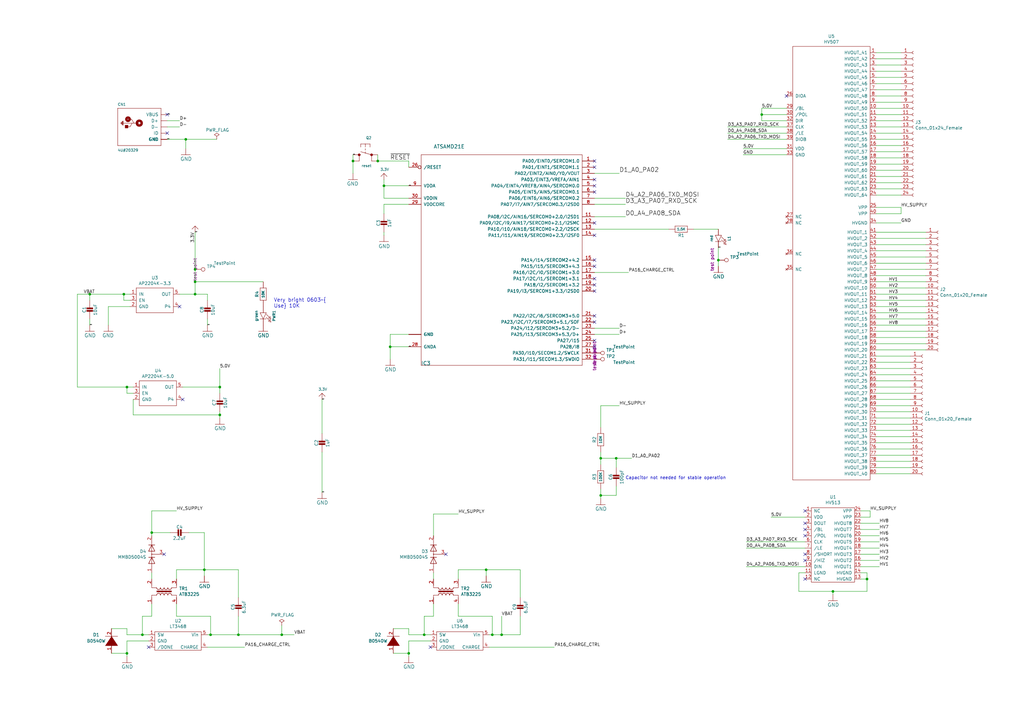
<source format=kicad_sch>
(kicad_sch (version 20250114) (generator "eeschema") (generator_version "9.0")
  (paper "A3")
  (title_block (title "High Voltage Power Supply for EL Displays") (date "2025-08-13") (rev "0.0") (comment 1 "Derived from https://github.com/benkrasnow/EL_driver_multi"))
  (text "Very bright 0603~{\nUse} 10K" (at 112.268 126.492 0) (effects (font (size 1.4986 1.4986)) (justify left bottom)))
  (text "Capacitor not needed for stable operation" (at 256.54 196.85 0) (effects (font (size 1.27 1.27)) (justify left bottom)))
  (junction (at 52.07 267.97))
  (junction (at 80.01 120.65))
  (junction (at 173.99 260.35))
  (junction (at 252.73 187.96))
  (junction (at 80.01 115.57))
  (junction (at 341.63 242.57))
  (junction (at 144.78 66.04))
  (junction (at 83.82 233.68))
  (junction (at 167.64 267.97))
  (junction (at 154.94 66.04))
  (junction (at 294.64 106.68))
  (junction (at 58.42 260.35))
  (junction (at 115.57 260.35))
  (junction (at 62.23 218.44))
  (junction (at 86.36 260.35))
  (junction (at 90.17 158.75))
  (junction (at 90.17 170.18))
  (junction (at 246.38 203.2))
  (junction (at 76.2 57.15))
  (junction (at 50.8 120.65))
  (junction (at 355.6 237.49))
  (junction (at 52.07 158.75))
  (junction (at 201.93 260.35))
  (junction (at 157.48 76.2))
  (junction (at 312.42 46.99))
  (junction (at 199.39 233.68))
  (junction (at 36.83 120.65))
  (junction (at 205.74 260.35))
  (junction (at 80.01 110.49))
  (junction (at 97.79 260.35))
  (junction (at 160.02 142.24))
  (junction (at 246.38 187.96))
  (no_connect (at 243.84 119.38))
  (no_connect (at 243.84 73.66))
  (no_connect (at 60.96 265.43))
  (no_connect (at 330.2 237.49))
  (no_connect (at 67.31 227.33))
  (no_connect (at 243.84 106.68))
  (no_connect (at 182.88 227.33))
  (no_connect (at 68.58 54.61))
  (no_connect (at 243.84 66.04))
  (no_connect (at 330.2 214.63))
  (no_connect (at 243.84 76.2))
  (no_connect (at 330.2 229.87))
  (no_connect (at 243.84 142.24))
  (no_connect (at 73.66 125.73))
  (no_connect (at 243.84 91.44))
  (no_connect (at 68.58 46.99))
  (no_connect (at 243.84 78.74))
  (no_connect (at 243.84 132.08))
  (no_connect (at 243.84 129.54))
  (no_connect (at 330.2 227.33))
  (no_connect (at 243.84 68.58))
  (no_connect (at 243.84 114.3))
  (no_connect (at 176.53 265.43))
  (no_connect (at 243.84 109.22))
  (no_connect (at 243.84 139.7))
  (no_connect (at 330.2 219.71))
  (no_connect (at 330.2 217.17))
  (no_connect (at 243.84 116.84))
  (no_connect (at 74.93 163.83))
  (no_connect (at 330.2 209.55))
  (no_connect (at 243.84 96.52))
  (no_connect (at 322.58 39.37))
  (wire (pts (xy 72.39 247.65) (xy 72.39 252.73)))
  (wire (pts (xy 359.41 161.29) (xy 373.38 161.29)))
  (wire (pts (xy 359.41 77.47) (xy 369.57 77.47)))
  (wire (pts (xy 359.41 156.21) (xy 373.38 156.21)))
  (wire (pts (xy 246.38 166.37) (xy 254 166.37)))
  (wire (pts (xy 243.84 111.76) (xy 257.81 111.76)))
  (wire (pts (xy 373.38 153.67) (xy 359.41 153.67)))
  (wire (pts (xy 161.29 267.97) (xy 167.64 267.97)))
  (wire (pts (xy 54.61 161.29) (xy 52.07 161.29)))
  (wire (pts (xy 50.8 123.19) (xy 50.8 120.65)))
  (wire (pts (xy 359.41 21.59) (xy 369.57 21.59)))
  (wire (pts (xy 359.41 179.07) (xy 373.38 179.07)))
  (wire (pts (xy 359.41 36.83) (xy 369.57 36.83)))
  (wire (pts (xy 353.06 227.33) (xy 360.68 227.33)))
  (wire (pts (xy 74.93 158.75) (xy 90.17 158.75)))
  (wire (pts (xy 62.23 247.65) (xy 62.23 252.73)))
  (wire (pts (xy 246.38 187.96) (xy 246.38 185.42)))
  (wire (pts (xy 200.66 260.35) (xy 201.93 260.35)))
  (wire (pts (xy 97.79 252.73) (xy 97.79 260.35)))
  (wire (pts (xy 355.6 237.49) (xy 355.6 242.57)))
  (wire (pts (xy 243.84 134.62) (xy 254 134.62)))
  (wire (pts (xy 359.41 118.11) (xy 379.73 118.11)))
  (wire (pts (xy 62.23 218.44) (xy 62.23 219.71)))
  (wire (pts (xy 31.75 158.75) (xy 52.07 158.75)))
  (wire (pts (xy 167.64 260.35) (xy 167.64 257.81)))
  (wire (pts (xy 359.41 128.27) (xy 379.73 128.27)))
  (wire (pts (xy 213.36 260.35) (xy 205.74 260.35)))
  (wire (pts (xy 187.96 252.73) (xy 201.93 252.73)))
  (wire (pts (xy 36.83 133.35) (xy 36.83 130.81)))
  (wire (pts (xy 36.83 120.65) (xy 50.8 120.65)))
  (wire (pts (xy 359.41 166.37) (xy 373.38 166.37)))
  (wire (pts (xy 243.84 71.12) (xy 254 71.12)))
  (wire (pts (xy 80.01 115.57) (xy 107.95 115.57)))
  (wire (pts (xy 359.41 173.99) (xy 373.38 173.99)))
  (wire (pts (xy 167.64 267.97) (xy 167.64 269.24)))
  (wire (pts (xy 132.08 163.83) (xy 132.08 177.8)))
  (wire (pts (xy 294.64 106.68) (xy 294.64 109.22)))
  (wire (pts (xy 80.01 120.65) (xy 85.09 120.65)))
  (wire (pts (xy 243.84 88.9) (xy 256.54 88.9)))
  (wire (pts (xy 157.48 76.2) (xy 157.48 73.66)))
  (wire (pts (xy 359.41 80.01) (xy 369.57 80.01)))
  (wire (pts (xy 187.96 233.68) (xy 187.96 237.49)))
  (wire (pts (xy 359.41 85.09) (xy 369.57 85.09)))
  (wire (pts (xy 157.48 81.28) (xy 157.48 76.2)))
  (wire (pts (xy 359.41 146.05) (xy 373.38 146.05)))
  (wire (pts (xy 359.41 64.77) (xy 369.57 64.77)))
  (wire (pts (xy 246.38 203.2) (xy 246.38 200.66)))
  (wire (pts (xy 327.66 242.57) (xy 327.66 234.95)))
  (wire (pts (xy 176.53 260.35) (xy 173.99 260.35)))
  (wire (pts (xy 246.38 187.96) (xy 252.73 187.96)))
  (wire (pts (xy 312.42 44.45) (xy 322.58 44.45)))
  (wire (pts (xy 201.93 260.35) (xy 205.74 260.35)))
  (wire (pts (xy 115.57 260.35) (xy 120.65 260.35)))
  (wire (pts (xy 60.96 260.35) (xy 58.42 260.35)))
  (wire (pts (xy 60.96 262.89) (xy 52.07 262.89)))
  (wire (pts (xy 246.38 190.5) (xy 246.38 187.96)))
  (wire (pts (xy 355.6 242.57) (xy 341.63 242.57)))
  (wire (pts (xy 322.58 54.61) (xy 298.45 54.61)))
  (wire (pts (xy 298.45 52.07) (xy 322.58 52.07)))
  (wire (pts (xy 52.07 260.35) (xy 52.07 257.81)))
  (wire (pts (xy 359.41 107.95) (xy 379.73 107.95)))
  (wire (pts (xy 359.41 151.13) (xy 373.38 151.13)))
  (wire (pts (xy 97.79 260.35) (xy 115.57 260.35)))
  (wire (pts (xy 359.41 52.07) (xy 369.57 52.07)))
  (wire (pts (xy 359.41 143.51) (xy 379.73 143.51)))
  (wire (pts (xy 62.23 237.49) (xy 62.23 234.95)))
  (wire (pts (xy 54.61 163.83) (xy 54.61 170.18)))
  (wire (pts (xy 167.64 262.89) (xy 167.64 267.97)))
  (wire (pts (xy 359.41 67.31) (xy 369.57 67.31)))
  (wire (pts (xy 359.41 69.85) (xy 369.57 69.85)))
  (wire (pts (xy 160.02 137.16) (xy 160.02 142.24)))
  (wire (pts (xy 62.23 209.55) (xy 72.39 209.55)))
  (wire (pts (xy 80.01 95.25) (xy 80.01 110.49)))
  (wire (pts (xy 52.07 158.75) (xy 54.61 158.75)))
  (wire (pts (xy 359.41 163.83) (xy 373.38 163.83)))
  (wire (pts (xy 36.83 120.65) (xy 31.75 120.65)))
  (wire (pts (xy 322.58 57.15) (xy 298.45 57.15)))
  (wire (pts (xy 359.41 133.35) (xy 379.73 133.35)))
  (wire (pts (xy 90.17 158.75) (xy 90.17 161.29)))
  (wire (pts (xy 69.85 218.44) (xy 62.23 218.44)))
  (wire (pts (xy 353.06 214.63) (xy 360.68 214.63)))
  (wire (pts (xy 306.07 224.79) (xy 330.2 224.79)))
  (wire (pts (xy 177.8 210.82) (xy 177.8 219.71)))
  (wire (pts (xy 359.41 74.93) (xy 369.57 74.93)))
  (wire (pts (xy 353.06 219.71) (xy 360.68 219.71)))
  (wire (pts (xy 359.41 97.79) (xy 379.73 97.79)))
  (wire (pts (xy 45.72 267.97) (xy 52.07 267.97)))
  (wire (pts (xy 167.64 66.04) (xy 167.64 68.58)))
  (wire (pts (xy 53.34 123.19) (xy 50.8 123.19)))
  (wire (pts (xy 306.07 232.41) (xy 330.2 232.41)))
  (wire (pts (xy 177.8 247.65) (xy 177.8 252.73)))
  (wire (pts (xy 83.82 233.68) (xy 72.39 233.68)))
  (wire (pts (xy 355.6 234.95) (xy 355.6 237.49)))
  (wire (pts (xy 373.38 158.75) (xy 359.41 158.75)))
  (wire (pts (xy 353.06 209.55) (xy 356.87 209.55)))
  (wire (pts (xy 201.93 252.73) (xy 201.93 260.35)))
  (wire (pts (xy 312.42 49.53) (xy 312.42 46.99)))
  (wire (pts (xy 52.07 262.89) (xy 52.07 267.97)))
  (wire (pts (xy 359.41 138.43) (xy 379.73 138.43)))
  (wire (pts (xy 356.87 212.09) (xy 353.06 212.09)))
  (wire (pts (xy 359.41 29.21) (xy 369.57 29.21)))
  (wire (pts (xy 52.07 161.29) (xy 52.07 158.75)))
  (wire (pts (xy 359.41 102.87) (xy 379.73 102.87)))
  (wire (pts (xy 76.2 57.15) (xy 76.2 60.96)))
  (wire (pts (xy 353.06 217.17) (xy 360.68 217.17)))
  (wire (pts (xy 322.58 46.99) (xy 312.42 46.99)))
  (wire (pts (xy 154.94 66.04) (xy 167.64 66.04)))
  (wire (pts (xy 359.41 39.37) (xy 369.57 39.37)))
  (wire (pts (xy 359.41 184.15) (xy 373.38 184.15)))
  (wire (pts (xy 54.61 170.18) (xy 90.17 170.18)))
  (wire (pts (xy 359.41 26.67) (xy 369.57 26.67)))
  (wire (pts (xy 359.41 95.25) (xy 379.73 95.25)))
  (wire (pts (xy 167.64 81.28) (xy 157.48 81.28)))
  (wire (pts (xy 144.78 71.12) (xy 144.78 66.04)))
  (wire (pts (xy 167.64 76.2) (xy 157.48 76.2)))
  (wire (pts (xy 154.94 66.04) (xy 154.94 63.5)))
  (wire (pts (xy 359.41 181.61) (xy 373.38 181.61)))
  (wire (pts (xy 312.42 46.99) (xy 312.42 44.45)))
  (wire (pts (xy 359.41 168.91) (xy 373.38 168.91)))
  (wire (pts (xy 359.41 91.44) (xy 369.57 91.44)))
  (wire (pts (xy 252.73 203.2) (xy 246.38 203.2)))
  (wire (pts (xy 359.41 59.69) (xy 369.57 59.69)))
  (wire (pts (xy 167.64 137.16) (xy 160.02 137.16)))
  (wire (pts (xy 177.8 252.73) (xy 173.99 252.73)))
  (wire (pts (xy 200.66 265.43) (xy 227.33 265.43)))
  (wire (pts (xy 353.06 234.95) (xy 355.6 234.95)))
  (wire (pts (xy 252.73 199.39) (xy 252.73 203.2)))
  (wire (pts (xy 213.36 233.68) (xy 199.39 233.68)))
  (wire (pts (xy 359.41 123.19) (xy 379.73 123.19)))
  (wire (pts (xy 246.38 175.26) (xy 246.38 166.37)))
  (wire (pts (xy 97.79 233.68) (xy 83.82 233.68)))
  (wire (pts (xy 359.41 72.39) (xy 369.57 72.39)))
  (wire (pts (xy 284.48 93.98) (xy 294.64 93.98)))
  (wire (pts (xy 341.63 242.57) (xy 327.66 242.57)))
  (wire (pts (xy 359.41 46.99) (xy 369.57 46.99)))
  (wire (pts (xy 359.41 31.75) (xy 369.57 31.75)))
  (wire (pts (xy 167.64 257.81) (xy 161.29 257.81)))
  (wire (pts (xy 369.57 87.63) (xy 359.41 87.63)))
  (wire (pts (xy 359.41 49.53) (xy 369.57 49.53)))
  (wire (pts (xy 68.58 57.15) (xy 76.2 57.15)))
  (wire (pts (xy 359.41 44.45) (xy 369.57 44.45)))
  (wire (pts (xy 85.09 260.35) (xy 86.36 260.35)))
  (wire (pts (xy 359.41 110.49) (xy 379.73 110.49)))
  (wire (pts (xy 359.41 135.89) (xy 379.73 135.89)))
  (wire (pts (xy 68.58 49.53) (xy 73.66 49.53)))
  (wire (pts (xy 353.06 229.87) (xy 360.68 229.87)))
  (wire (pts (xy 167.64 142.24) (xy 160.02 142.24)))
  (wire (pts (xy 359.41 54.61) (xy 369.57 54.61)))
  (wire (pts (xy 373.38 189.23) (xy 359.41 189.23)))
  (wire (pts (xy 359.41 100.33) (xy 379.73 100.33)))
  (wire (pts (xy 83.82 218.44) (xy 83.82 233.68)))
  (wire (pts (xy 173.99 252.73) (xy 173.99 260.35)))
  (wire (pts (xy 359.41 41.91) (xy 369.57 41.91)))
  (wire (pts (xy 62.23 218.44) (xy 62.23 209.55)))
  (wire (pts (xy 294.64 101.6) (xy 294.64 106.68)))
  (wire (pts (xy 256.54 81.28) (xy 243.84 81.28)))
  (wire (pts (xy 52.07 257.81) (xy 45.72 257.81)))
  (wire (pts (xy 187.96 247.65) (xy 187.96 252.73)))
  (wire (pts (xy 355.6 237.49) (xy 353.06 237.49)))
  (wire (pts (xy 177.8 237.49) (xy 177.8 234.95)))
  (wire (pts (xy 73.66 120.65) (xy 80.01 120.65)))
  (wire (pts (xy 341.63 243.84) (xy 341.63 242.57)))
  (wire (pts (xy 356.87 209.55) (xy 356.87 212.09)))
  (wire (pts (xy 86.36 252.73) (xy 86.36 260.35)))
  (wire (pts (xy 369.57 85.09) (xy 369.57 87.63)))
  (wire (pts (xy 359.41 125.73) (xy 379.73 125.73)))
  (wire (pts (xy 243.84 93.98) (xy 274.32 93.98)))
  (wire (pts (xy 252.73 187.96) (xy 259.08 187.96)))
  (wire (pts (xy 80.01 110.49) (xy 80.01 115.57)))
  (wire (pts (xy 177.8 210.82) (xy 187.96 210.82)))
  (wire (pts (xy 359.41 115.57) (xy 379.73 115.57)))
  (wire (pts (xy 359.41 105.41) (xy 379.73 105.41)))
  (wire (pts (xy 359.41 62.23) (xy 369.57 62.23)))
  (wire (pts (xy 213.36 245.11) (xy 213.36 233.68)))
  (wire (pts (xy 243.84 83.82) (xy 256.54 83.82)))
  (wire (pts (xy 80.01 120.65) (xy 80.01 115.57)))
  (wire (pts (xy 36.83 123.19) (xy 36.83 120.65)))
  (wire (pts (xy 322.58 63.5) (xy 304.8 63.5)))
  (wire (pts (xy 115.57 256.54) (xy 115.57 260.35)))
  (wire (pts (xy 330.2 212.09) (xy 316.23 212.09)))
  (wire (pts (xy 72.39 252.73) (xy 86.36 252.73)))
  (wire (pts (xy 322.58 49.53) (xy 312.42 49.53)))
  (wire (pts (xy 157.48 95.25) (xy 157.48 96.52)))
  (wire (pts (xy 144.78 63.5) (xy 144.78 66.04)))
  (wire (pts (xy 68.58 52.07) (xy 73.66 52.07)))
  (wire (pts (xy 90.17 158.75) (xy 90.17 151.13)))
  (wire (pts (xy 252.73 187.96) (xy 252.73 191.77)))
  (wire (pts (xy 359.41 171.45) (xy 373.38 171.45)))
  (wire (pts (xy 90.17 170.18) (xy 90.17 171.45)))
  (wire (pts (xy 72.39 233.68) (xy 72.39 237.49)))
  (wire (pts (xy 50.8 120.65) (xy 53.34 120.65)))
  (wire (pts (xy 213.36 252.73) (xy 213.36 260.35)))
  (wire (pts (xy 83.82 236.22) (xy 83.82 233.68)))
  (wire (pts (xy 199.39 233.68) (xy 187.96 233.68)))
  (wire (pts (xy 62.23 252.73) (xy 58.42 252.73)))
  (wire (pts (xy 167.64 83.82) (xy 157.48 83.82)))
  (wire (pts (xy 359.41 186.69) (xy 373.38 186.69)))
  (wire (pts (xy 359.41 34.29) (xy 369.57 34.29)))
  (wire (pts (xy 44.45 125.73) (xy 44.45 133.35)))
  (wire (pts (xy 90.17 168.91) (xy 90.17 170.18)))
  (wire (pts (xy 132.08 201.93) (xy 132.08 185.42)))
  (wire (pts (xy 359.41 191.77) (xy 373.38 191.77)))
  (wire (pts (xy 359.41 176.53) (xy 373.38 176.53)))
  (wire (pts (xy 52.07 267.97) (xy 52.07 269.24)))
  (wire (pts (xy 373.38 148.59) (xy 359.41 148.59)))
  (wire (pts (xy 205.74 260.35) (xy 205.74 252.73)))
  (wire (pts (xy 353.06 222.25) (xy 360.68 222.25)))
  (wire (pts (xy 322.58 60.96) (xy 304.8 60.96)))
  (wire (pts (xy 254 137.16) (xy 243.84 137.16)))
  (wire (pts (xy 53.34 125.73) (xy 44.45 125.73)))
  (wire (pts (xy 85.09 133.35) (xy 85.09 130.81)))
  (wire (pts (xy 176.53 262.89) (xy 167.64 262.89)))
  (wire (pts (xy 97.79 245.11) (xy 97.79 233.68)))
  (wire (pts (xy 160.02 142.24) (xy 160.02 147.32)))
  (wire (pts (xy 58.42 252.73) (xy 58.42 260.35)))
  (wire (pts (xy 31.75 120.65) (xy 31.75 158.75)))
  (wire (pts (xy 77.47 218.44) (xy 83.82 218.44)))
  (wire (pts (xy 199.39 236.22) (xy 199.39 233.68)))
  (wire (pts (xy 359.41 57.15) (xy 369.57 57.15)))
  (wire (pts (xy 173.99 260.35) (xy 167.64 260.35)))
  (wire (pts (xy 359.41 130.81) (xy 379.73 130.81)))
  (wire (pts (xy 88.9 57.15) (xy 76.2 57.15)))
  (wire (pts (xy 359.41 140.97) (xy 379.73 140.97)))
  (wire (pts (xy 86.36 260.35) (xy 97.79 260.35)))
  (wire (pts (xy 306.07 222.25) (xy 330.2 222.25)))
  (wire (pts (xy 327.66 234.95) (xy 330.2 234.95)))
  (wire (pts (xy 353.06 232.41) (xy 360.68 232.41)))
  (wire (pts (xy 353.06 224.79) (xy 360.68 224.79)))
  (wire (pts (xy 85.09 120.65) (xy 85.09 123.19)))
  (wire (pts (xy 85.09 265.43) (xy 100.33 265.43)))
  (wire (pts (xy 359.41 194.31) (xy 373.38 194.31)))
  (wire (pts (xy 58.42 260.35) (xy 52.07 260.35)))
  (wire (pts (xy 246.38 204.47) (xy 246.38 203.2)))
  (wire (pts (xy 359.41 24.13) (xy 369.57 24.13)))
  (wire (pts (xy 359.41 120.65) (xy 379.73 120.65)))
  (wire (pts (xy 379.73 113.03) (xy 359.41 113.03)))
  (wire (pts (xy 157.48 83.82) (xy 157.48 87.63)))
  (label "VBAT" (at 120.65 260.35 0))
  (label "D3_A3_PA07_RXD_SCK" (at 256.54 83.82 0) (effects (font (size 1.778 1.778))))
  (label "HV_SUPPLY" (at 187.96 210.82 0))
  (label "HV2" (at 364.49 118.11 0))
  (label "VBUS" (at 68.58 46.99 0) (effects (font (size 0.254 0.254))))
  (label "HV_SUPPLY" (at 72.39 209.55 0))
  (label "PA16_CHARGE_CTRL" (at 257.81 111.76 0))
  (label "GND" (at 85.09 133.35 0) (effects (font (size 0.254 0.254))))
  (label "GND" (at 294.64 101.6 0) (effects (font (size 0.254 0.254))))
  (label "HV7" (at 360.68 217.17 0))
  (label "~{RESET}" (at 160.02 66.04 0) (effects (font (size 1.778 1.778))))
  (label "5.0V" (at 312.42 44.45 0))
  (label "HV3" (at 360.68 227.33 0))
  (label "HV_SUPPLY" (at 356.87 209.55 0))
  (label "D0_A4_PA08_SDA" (at 256.54 88.9 0) (effects (font (size 1.778 1.778))))
  (label "GND" (at 369.57 91.44 0))
  (label "HV4" (at 360.68 224.79 0))
  (label "HV8" (at 360.68 214.63 0))
  (label "D-" (at 254 134.62 0))
  (label "GND" (at 68.58 57.15 0) (effects (font (size 0.254 0.254))))
  (label "HV2" (at 360.68 229.87 0))
  (label "VBAT" (at 34.29 120.65 0))
  (label "3.3V" (at 167.64 76.2 0) (effects (font (size 0.254 0.254))))
  (label "HV7" (at 364.49 130.81 0))
  (label "HV5" (at 364.49 125.73 0))
  (label "GND" (at 132.08 201.93 0) (effects (font (size 0.254 0.254))))
  (label "HV8" (at 364.49 133.35 0))
  (label "GND" (at 144.78 63.5 0) (effects (font (size 0.254 0.254))))
  (label "GND" (at 167.64 142.24 0) (effects (font (size 0.254 0.254))))
  (label "HV1" (at 364.49 115.57 0))
  (label "HV6" (at 360.68 219.71 0))
  (label "D+" (at 254 137.16 0))
  (label "HV_SUPPLY" (at 369.57 85.09 0))
  (label "HV6" (at 364.49 128.27 0))
  (label "D1_A0_PA02" (at 259.08 187.96 0))
  (label "3.3V" (at 80.01 95.25 270))
  (label "HV4" (at 364.49 123.19 0))
  (label "VBAT" (at 205.74 252.73 0))
  (label "3.3V" (at 132.08 163.83 0) (effects (font (size 0.254 0.254))))
  (label "HV1" (at 360.68 232.41 0))
  (label "D3_A3_PA07_RXD_SCK" (at 306.07 222.25 0))
  (label "D+" (at 73.66 49.53 0))
  (label "D0_A4_PA08_SDA" (at 306.07 224.79 0))
  (label "D3_A3_PA07_RXD_SCK" (at 298.45 52.07 0))
  (label "HV_SUPPLY" (at 254 166.37 0))
  (label "GND" (at 36.83 133.35 0) (effects (font (size 0.254 0.254))))
  (label "5.0V" (at 316.23 212.09 0))
  (label "PA16_CHARGE_CTRL" (at 227.33 265.43 0))
  (label "3.3V" (at 80.01 95.25 0) (effects (font (size 0.254 0.254))))
  (label "D4_A2_PA06_TXD_MOSI" (at 298.45 57.15 0))
  (label "HV3" (at 364.49 120.65 0))
  (label "GND" (at 304.8 63.5 0))
  (label "PA16_CHARGE_CTRL" (at 100.33 265.43 0))
  (label "D4_A2_PA06_TXD_MOSI" (at 256.54 81.28 0) (effects (font (size 1.778 1.778))))
  (label "HV5" (at 360.68 222.25 0))
  (label "5.0V" (at 90.17 151.13 0))
  (label "5.0V" (at 304.8 60.96 0))
  (label "D4_A2_PA06_TXD_MOSI" (at 306.07 232.41 0))
  (label "D-" (at 73.66 52.07 0))
  (label "D0_A4_PA08_SDA" (at 298.45 54.61 0))
  (label "D1_A0_PA02" (at 254 71.12 0) (effects (font (size 1.778 1.778))))
  (symbol (lib_id "EL_driver_multi-rescue:GND-Trinket_M0_rev_D-eagle-import") (at 294.64 111.76 0) (mirror y) (unit 1)
    (property "Reference" "#GND04" (effects (hide yes)))
    (property "Value" "GND" (at 297.18 114.3 0) (effects (font (size 1.4986 1.4986)) (justify left bottom)))
  )
  (symbol (lib_id "EL_driver_multi-rescue:GND-Trinket_M0_rev_D-eagle-import") (at 160.02 149.86 0) (mirror y) (unit 1)
    (property "Reference" "#GND018" (effects (hide yes)))
    (property "Value" "GND" (at 162.56 152.4 0) (effects (font (size 1.4986 1.4986)) (justify left bottom)))
  )
  (symbol (lib_id "EL_driver_multi-rescue:GND-Trinket_M0_rev_D-eagle-import") (at 36.83 135.89 0) (mirror y) (unit 1)
    (property "Reference" "#GND03" (effects (hide yes)))
    (property "Value" "GND" (at 39.37 138.43 0) (effects (font (size 1.4986 1.4986)) (justify left bottom)))
  )
  (symbol (lib_id "EL_driver_multi-rescue:3.3V-Trinket_M0_rev_D-eagle-import") (at 132.08 161.29 0) (unit 1)
    (property "Reference" "#U$017" (effects (hide yes)))
    (property "Value" "3.3V" (at 130.556 160.274 0) (effects (font (size 1.0668 1.0668)) (justify left bottom)))
  )
  (symbol (lib_id "EL_driver_multi-rescue:RESISTOR_0603_NOOUT-Trinket_M0_rev_D-eagle-import") (at 107.95 120.65 90) (unit 1)
    (property "Reference" "R4" (at 105.41 120.65 0))
    (property "Value" "10K" (at 107.95 120.65 0) (effects (font (size 1.016 1.016) (bold yes))))
    (property "Footprint" "Trinket M0 rev D:0603-NO" (effects (hide yes)))
  )
  (symbol (lib_id "EL_driver_multi-rescue:3.3V-Trinket_M0_rev_D-eagle-import") (at 80.01 92.71 0) (unit 1)
    (property "Reference" "#U$016" (effects (hide yes)))
    (property "Value" "3.3V" (effects (hide yes)))
  )
  (symbol (lib_id "EL_driver_multi-rescue:RESISTOR_0603_NOOUT-Trinket_M0_rev_D-eagle-import") (at 279.4 93.98 180) (unit 1)
    (property "Reference" "R1" (at 279.4 96.52 0))
    (property "Value" "1.5K" (at 279.4 93.98 0) (effects (font (size 1.016 1.016) (bold yes))))
    (property "Footprint" "Trinket M0 rev D:0603-NO" (effects (hide yes)))
  )
  (symbol (lib_id "EL_driver_multi-rescue:3.3V-Trinket_M0_rev_D-eagle-import") (at 157.48 71.12 0) (unit 1)
    (property "Reference" "#U$018" (effects (hide yes)))
    (property "Value" "3.3V" (at 155.956 70.104 0) (effects (font (size 1.0668 1.0668)) (justify left bottom)))
  )
  (symbol (lib_id "EL_driver_multi-rescue:GND-Trinket_M0_rev_D-eagle-import") (at 44.45 135.89 0) (unit 1)
    (property "Reference" "#GND011" (effects (hide yes)))
    (property "Value" "GND" (at 41.91 138.43 0) (effects (font (size 1.4986 1.4986)) (justify left bottom)))
  )
  (symbol (lib_id "EL_driver_multi-rescue:GND-Trinket_M0_rev_D-eagle-import") (at 132.08 204.47 0) (mirror y) (unit 1)
    (property "Reference" "#GND05" (effects (hide yes)))
    (property "Value" "GND" (at 134.62 207.01 0) (effects (font (size 1.4986 1.4986)) (justify left bottom)))
  )
  (symbol (lib_id "EL_driver_multi-rescue:LT3468-EL_multi") (at 72.39 262.89 0) (unit 1)
    (property "Reference" "U2" (at 73.025 254.635 0))
    (property "Value" "LT3468" (at 73.025 256.9464 0))
    (property "Footprint" "Package_TO_SOT_SMD:SOT-23-5" (effects (hide yes)))
  )
  (symbol (lib_id "EL_driver_multi-rescue:GND-Trinket_M0_rev_D-eagle-import") (at 52.07 271.78 0) (mirror y) (unit 1)
    (property "Reference" "#GND0101" (effects (hide yes)))
    (property "Value" "GND" (at 54.61 274.32 0) (effects (font (size 1.4986 1.4986)) (justify left bottom)))
  )
  (symbol (lib_id "EL_driver_multi-rescue:DIODE-pspice") (at 45.72 262.89 90) (unit 1)
    (property "Reference" "D1" (at 38.1 260.35 90) (effects (justify right)))
    (property "Value" "B0540W" (at 35.56 262.89 90) (effects (justify right)))
    (property "Footprint" "Diode_SMD:D_SOD-123" (effects (hide yes)))
  )
  (symbol (lib_id "EL_driver_multi-rescue:ATB3225-EL_multi") (at 67.31 242.57 90) (unit 1)
    (property "Reference" "TR1" (at 73.4314 241.4016 90) (effects (justify right)))
    (property "Value" "ATB3225" (at 73.4314 243.713 90) (effects (justify right)))
    (property "Footprint" "EL_driver:ATB3225" (effects (hide yes)))
  )
  (symbol (lib_id "EL_driver_multi-rescue:MMBD5004S-EL_multi") (at 62.23 227.33 90) (unit 1)
    (property "Reference" "D4" (at 59.9948 226.1616 90) (effects (justify left)))
    (property "Value" "MMBD5004S" (at 59.9948 228.473 90) (effects (justify left)))
    (property "Footprint" "Package_TO_SOT_SMD:SOT-23" (effects (hide yes)))
  )
  (symbol (lib_id "EL_driver_multi-rescue:GND-Trinket_M0_rev_D-eagle-import") (at 83.82 238.76 0) (mirror y) (unit 1)
    (property "Reference" "#GND0102" (effects (hide yes)))
    (property "Value" "GND" (at 86.36 241.3 0) (effects (font (size 1.4986 1.4986)) (justify left bottom)))
  )
  (symbol (lib_id "EL_driver_multi-rescue:CAP_CERAMIC0603_NO-Trinket_M0_rev_D-eagle-import") (at 72.39 218.44 270) (unit 1)
    (property "Reference" "C4" (at 73.6346 216.154 90))
    (property "Value" "2.2uF" (at 73.6346 220.726 90))
    (property "Footprint" "Capacitor_SMD:C_2220_5650Metric" (effects (hide yes)))
  )
  (symbol (lib_id "EL_driver_multi-rescue:CAP_CERAMIC0603_NO-Trinket_M0_rev_D-eagle-import") (at 97.79 250.19 0) (unit 1)
    (property "Reference" "C5" (at 95.504 248.9454 90))
    (property "Value" "6.3uF" (at 100.076 248.9454 90))
    (property "Footprint" "Trinket M0 rev D:0603-NO" (effects (hide yes)))
  )
  (symbol (lib_id "EL_driver_multi-rescue:RESISTOR_0603_NOOUT-Trinket_M0_rev_D-eagle-import") (at 246.38 180.34 90) (unit 1)
    (property "Reference" "R2" (at 243.84 180.34 0))
    (property "Value" "10M" (at 246.38 180.34 0) (effects (font (size 1.016 1.016) (bold yes))))
    (property "Footprint" "Trinket M0 rev D:0603-NO" (effects (hide yes)))
  )
  (symbol (lib_id "EL_driver_multi-rescue:RESISTOR_0603_NOOUT-Trinket_M0_rev_D-eagle-import") (at 246.38 195.58 90) (unit 1)
    (property "Reference" "R3" (at 243.84 195.58 0))
    (property "Value" "100K" (at 246.38 195.58 0) (effects (font (size 1.016 1.016) (bold yes))))
    (property "Footprint" "Trinket M0 rev D:0603-NO" (effects (hide yes)))
  )
  (symbol (lib_id "EL_driver_multi-rescue:GND-Trinket_M0_rev_D-eagle-import") (at 246.38 207.01 0) (mirror y) (unit 1)
    (property "Reference" "#GND0103" (effects (hide yes)))
    (property "Value" "GND" (at 248.92 209.55 0) (effects (font (size 1.4986 1.4986)) (justify left bottom)))
  )
  (symbol (lib_id "EL_driver_multi-rescue:CAP_CERAMIC0603_NO-Trinket_M0_rev_D-eagle-import") (at 252.73 196.85 0) (unit 1)
    (property "Reference" "C6" (at 250.444 195.6054 90))
    (property "Value" "100pF" (at 255.016 195.6054 90))
    (property "Footprint" "Trinket M0 rev D:0603-NO" (effects (hide yes)))
  )
  (symbol (lib_id "EL_driver_multi-rescue:HV513-EL_multi") (at 341.63 222.25 0) (unit 1)
    (property "Reference" "U1" (at 341.63 203.835 0))
    (property "Value" "HV513" (at 341.63 206.1464 0))
    (property "Footprint" "Package_SO:SOIC-24W_7.5x15.4mm_P1.27mm" (effects (hide yes)))
  )
  (symbol (lib_id "EL_driver_multi-rescue:GND-Trinket_M0_rev_D-eagle-import") (at 341.63 246.38 0) (mirror y) (unit 1)
    (property "Reference" "#GND0104" (effects (hide yes)))
    (property "Value" "GND" (at 344.17 248.92 0) (effects (font (size 1.4986 1.4986)) (justify left bottom)))
  )
  (symbol (lib_id "EL_driver_multi-rescue:AP2204K-3.3-EL_multi") (at 63.5 123.19 0) (unit 1)
    (property "Reference" "U3" (at 63.5 113.919 0))
    (property "Value" "AP2204K-3.3" (at 63.5 116.2304 0))
    (property "Footprint" "Package_TO_SOT_SMD:SOT-23-5" (effects (hide yes)))
  )
  (symbol (lib_id "EL_driver_multi-rescue:AP2204K-5.0-EL_multi") (at 64.77 161.29 0) (unit 1)
    (property "Reference" "U4" (at 64.77 152.019 0))
    (property "Value" "AP2204K-5.0" (at 64.77 154.3304 0))
    (property "Footprint" "Package_TO_SOT_SMD:SOT-23-5" (effects (hide yes)))
  )
  (symbol (lib_id "EL_driver_multi-rescue:CAP_CERAMIC0805-NOOUTLINE-Trinket_M0_rev_D-eagle-import") (at 90.17 166.37 0) (unit 1)
    (property "Reference" "C7" (at 87.884 165.1254 90))
    (property "Value" "10uF" (at 92.456 165.1254 90))
    (property "Footprint" "Trinket M0 rev D:0805-NO" (effects (hide yes)))
  )
  (symbol (lib_id "EL_driver_multi-rescue:GND-Trinket_M0_rev_D-eagle-import") (at 90.17 173.99 0) (mirror y) (unit 1)
    (property "Reference" "#GND0105" (effects (hide yes)))
    (property "Value" "GND" (at 92.71 176.53 0) (effects (font (size 1.4986 1.4986)) (justify left bottom)))
  )
  (symbol (lib_id "EL_driver_multi-rescue:FRAME_A_L-Trinket_M0_rev_D-eagle-import") (at 163.83 265.43 0) (unit 1)
    (property "Reference" "#FRAME2" (effects (hide yes)))
    (property "Value" "FRAME_A_L" (effects (hide yes)))
  )
  (symbol (lib_id "EL_driver_multi-rescue:LT3468-EL_multi") (at 187.96 262.89 0) (unit 1)
    (property "Reference" "U6" (at 188.595 254.635 0))
    (property "Value" "LT3468" (at 188.595 256.9464 0))
    (property "Footprint" "Package_TO_SOT_SMD:SOT-23-5" (effects (hide yes)))
  )
  (symbol (lib_id "EL_driver_multi-rescue:GND-Trinket_M0_rev_D-eagle-import") (at 167.64 271.78 0) (mirror y) (unit 1)
    (property "Reference" "#GND0108" (effects (hide yes)))
    (property "Value" "GND" (at 170.18 274.32 0) (effects (font (size 1.4986 1.4986)) (justify left bottom)))
  )
  (symbol (lib_id "EL_driver_multi-rescue:DIODE-pspice") (at 161.29 262.89 90) (unit 1)
    (property "Reference" "D2" (at 153.67 260.35 90) (effects (justify right)))
    (property "Value" "B0540W" (at 151.13 262.89 90) (effects (justify right)))
    (property "Footprint" "Diode_SMD:D_SOD-123" (effects (hide yes)))
  )
  (symbol (lib_id "EL_driver_multi-rescue:ATB3225-EL_multi") (at 182.88 242.57 90) (unit 1)
    (property "Reference" "TR2" (at 189.0014 241.4016 90) (effects (justify right)))
    (property "Value" "ATB3225" (at 189.0014 243.713 90) (effects (justify right)))
    (property "Footprint" "EL_driver:ATB3225" (effects (hide yes)))
  )
  (symbol (lib_id "EL_driver_multi-rescue:MMBD5004S-EL_multi") (at 177.8 227.33 90) (unit 1)
    (property "Reference" "D3" (at 175.5648 226.1616 90) (effects (justify left)))
    (property "Value" "MMBD5004S" (at 175.5648 228.473 90) (effects (justify left)))
    (property "Footprint" "Package_TO_SOT_SMD:SOT-23" (effects (hide yes)))
  )
  (symbol (lib_id "EL_driver_multi-rescue:GND-Trinket_M0_rev_D-eagle-import") (at 199.39 238.76 0) (mirror y) (unit 1)
    (property "Reference" "#GND0109" (effects (hide yes)))
    (property "Value" "GND" (at 201.93 241.3 0) (effects (font (size 1.4986 1.4986)) (justify left bottom)))
  )
  (symbol (lib_id "EL_driver_multi-rescue:CAP_CERAMIC0603_NO-Trinket_M0_rev_D-eagle-import") (at 213.36 250.19 0) (unit 1)
    (property "Reference" "C9" (at 211.074 248.9454 90))
    (property "Value" "6.3uF" (at 215.646 248.9454 90))
    (property "Footprint" "Trinket M0 rev D:0603-NO" (effects (hide yes)))
  )
  (symbol (lib_id "EL_driver_multi-rescue:Conn_01x20_Female-Connector") (at 378.46 168.91 0) (unit 1)
    (property "Reference" "J1" (at 379.1458 169.5196 0) (effects (justify left)))
    (property "Value" "Conn_01x20_Female" (at 379.1458 171.831 0) (effects (justify left)))
    (property "Footprint" "Connector_PinHeader_1.27mm:PinHeader_1x20_P1.27mm_Vertical" (effects (hide yes)))
  )
  (symbol (lib_id "EL_driver_multi-rescue:Conn_01x20_Female-Connector") (at 384.81 118.11 0) (unit 1)
    (property "Reference" "J2" (at 385.4958 118.7196 0) (effects (justify left)))
    (property "Value" "Conn_01x20_Female" (at 385.4958 121.031 0) (effects (justify left)))
    (property "Footprint" "Connector_PinHeader_1.27mm:PinHeader_1x20_P1.27mm_Vertical" (effects (hide yes)))
  )
  (symbol (lib_id "EL_driver_multi-rescue:HV507-EL_multi") (at 336.55 72.39 0) (unit 1)
    (property "Reference" "U5" (at 340.995 14.859 0))
    (property "Value" "HV507" (at 340.995 17.1704 0))
    (property "Footprint" "EL_driver:QFP-96_14x20_Pitch0.8mm" (effects (hide yes)))
  )
  (symbol (lib_id "EL_driver_multi-rescue:Conn_01x24_Female-Connector") (at 374.65 49.53 0) (unit 1)
    (property "Reference" "J3" (at 375.3358 50.1396 0) (effects (justify left)))
    (property "Value" "Conn_01x24_Female" (at 375.3358 52.451 0) (effects (justify left)))
    (property "Footprint" "Connector_PinHeader_1.27mm:PinHeader_1x24_P1.27mm_Vertical" (effects (hide yes)))
  )
  (symbol (lib_id "Connector:TestPoint") (at 243.84 147.32 270) (unit 1)
    (property "Reference" "TP2" (at 248.6152 146.1516 90) (effects (justify left)))
    (property "Value" "TestPoint" (at 251.46 148.59 90) (effects (justify left)))
    (property "Footprint" "TestPoint:TestPoint_Pad_D1.0mm" (effects (hide yes)))
    (property "Description" "test point" (at 243.84 147.32 0))
  )
  (symbol (lib_id "Connector:TestPoint") (at 243.84 144.78 270) (unit 1)
    (property "Reference" "TP1" (at 248.6152 143.6116 90) (effects (justify left)))
    (property "Value" "TestPoint" (at 251.46 142.24 90) (effects (justify left)))
    (property "Footprint" "TestPoint:TestPoint_Pad_D1.0mm" (effects (hide yes)))
    (property "Description" "test point" (at 243.84 144.78 0))
  )
  (symbol (lib_id "Connector:TestPoint") (at 294.64 106.68 270) (unit 1)
    (property "Reference" "TP3" (at 299.4152 105.5116 90) (effects (justify left)))
    (property "Value" "TestPoint" (at 302.26 104.14 90) (effects (justify left)))
    (property "Footprint" "TestPoint:TestPoint_Pad_D1.0mm" (effects (hide yes)))
    (property "Description" "test point" (at 292.1 106.426 0))
  )
  (symbol (lib_id "Connector:TestPoint") (at 80.01 110.49 270) (unit 1)
    (property "Reference" "TP4" (at 84.7852 109.3216 90) (effects (justify left)))
    (property "Value" "TestPoint" (at 87.63 107.95 90) (effects (justify left)))
    (property "Footprint" "TestPoint:TestPoint_Pad_D1.0mm" (effects (hide yes)))
    (property "Description" "test point" (at 80.01 110.49 0))
  )
  (symbol (lib_id "EL_driver_multi-rescue:LED0603_NOOUTLINE-Trinket_M0_rev_D-eagle-import") (at 294.64 99.06 270) (unit 1)
    (property "Reference" "L1" (at 299.085 97.79 0) (effects (font (size 1.0668 1.0668))))
    (property "Value" "red" (at 291.846 97.79 0) (effects (font (size 1.0668 1.0668))))
    (property "Footprint" "Trinket M0 rev D:CHIPLED_0603_NOOUTLINE" (effects (hide yes)))
  )
  (symbol (lib_id "EL_driver_multi-rescue:GND-Trinket_M0_rev_D-eagle-import") (at 85.09 135.89 0) (mirror y) (unit 1)
    (property "Reference" "#GND012" (effects (hide yes)))
    (property "Value" "GND" (at 87.63 138.43 0) (effects (font (size 1.4986 1.4986)) (justify left bottom)))
  )
  (symbol (lib_id "EL_driver_multi-rescue:GND-Trinket_M0_rev_D-eagle-import") (at 76.2 63.5 0) (unit 1)
    (property "Reference" "#GND01" (effects (hide yes)))
    (property "Value" "GND" (at 73.914 66.04 0) (effects (font (size 1.4986 1.4986)) (justify left bottom)))
  )
  (symbol (lib_id "EL_driver_multi-rescue:USB_MICRO_20329_V2-Trinket_M0_rev_D-eagle-import") (at 58.42 52.07 0) (unit 1)
    (property "Reference" "CN1" (at 48.26 43.434 0) (effects (font (size 1.0668 1.0668)) (justify left bottom)))
    (property "Value" "4U#20329" (at 48.26 62.23 0) (effects (font (size 1.0668 1.0668)) (justify left bottom)))
    (property "Footprint" "Trinket M0 rev D:4UCONN_20329_V2" (effects (hide yes)))
  )
  (symbol (lib_id "EL_driver_multi-rescue:LED0603_NOOUTLINE-Trinket_M0_rev_D-eagle-import") (at 107.95 130.81 270) (unit 1)
    (property "Reference" "PWR1" (at 112.395 129.54 0) (effects (font (size 1.0668 1.0668))))
    (property "Value" "green" (at 105.156 129.54 0) (effects (font (size 1.0668 1.0668))))
    (property "Footprint" "Trinket M0 rev D:CHIPLED_0603_NOOUTLINE" (effects (hide yes)))
  )
  (symbol (lib_id "EL_driver_multi-rescue:CAP_CERAMIC0603_NO-Trinket_M0_rev_D-eagle-import") (at 132.08 182.88 0) (unit 1)
    (property "Reference" "C2" (at 129.794 181.6354 90))
    (property "Value" "1uF" (at 134.366 181.6354 90))
    (property "Footprint" "Trinket M0 rev D:0603-NO" (effects (hide yes)))
  )
  (symbol (lib_id "EL_driver_multi-rescue:ATSAMD21E-Trinket_M0_rev_D-eagle-import") (at 208.28 106.68 0) (unit 1)
    (property "Reference" "IC3" (at 172.72 149.86 0) (effects (font (size 1.4986 1.4986)) (justify left bottom)))
    (property "Value" "ATSAMD21E" (at 177.8 60.96 0) (effects (font (size 1.4986 1.4986)) (justify left bottom)))
    (property "Footprint" "Trinket M0 rev D:QFN32_5MM" (effects (hide yes)))
  )
  (symbol (lib_id "EL_driver_multi-rescue:GND-Trinket_M0_rev_D-eagle-import") (at 144.78 73.66 0) (unit 1)
    (property "Reference" "#GND014" (effects (hide yes)))
    (property "Value" "GND" (at 142.24 76.2 0) (effects (font (size 1.4986 1.4986)) (justify left bottom)))
  )
  (symbol (lib_id "EL_driver_multi-rescue:GND-Trinket_M0_rev_D-eagle-import") (at 157.48 99.06 0) (unit 1)
    (property "Reference" "#GND07" (effects (hide yes)))
    (property "Value" "GND" (at 155.194 101.854 0) (effects (font (size 1.4986 1.4986)) (justify left bottom)))
  )
  (symbol (lib_id "EL_driver_multi-rescue:FRAME_A_L-Trinket_M0_rev_D-eagle-import") (at 48.26 265.43 0) (unit 1)
    (property "Reference" "#FRAME1" (effects (hide yes)))
    (property "Value" "FRAME_A_L" (effects (hide yes)))
  )
  (symbol (lib_id "EL_driver_multi-rescue:CAP_CERAMIC0805-NOOUTLINE-Trinket_M0_rev_D-eagle-import") (at 36.83 128.27 0) (unit 1)
    (property "Reference" "C1" (at 34.544 127.0254 90))
    (property "Value" "10uF" (at 39.116 127.0254 90))
    (property "Footprint" "Trinket M0 rev D:0805-NO" (effects (hide yes)))
  )
  (symbol (lib_id "EL_driver_multi-rescue:CAP_CERAMIC0805-NOOUTLINE-Trinket_M0_rev_D-eagle-import") (at 85.09 128.27 0) (unit 1)
    (property "Reference" "C8" (at 82.804 127.0254 90))
    (property "Value" "10uF" (at 87.376 127.0254 90))
    (property "Footprint" "Trinket M0 rev D:0805-NO" (effects (hide yes)))
  )
  (symbol (lib_id "EL_driver_multi-rescue:CAP_CERAMIC0603_NO-Trinket_M0_rev_D-eagle-import") (at 157.48 92.71 0) (unit 1)
    (property "Reference" "C3" (at 155.194 91.4654 90))
    (property "Value" "1uF" (at 159.766 91.4654 90))
    (property "Footprint" "Trinket M0 rev D:0603-NO" (effects (hide yes)))
  )
  (symbol (lib_id "EL_driver_multi-rescue:SWITCH_TACT_SMT4.6X2.8-Trinket_M0_rev_D-eagle-import") (at 149.86 63.5 0) (mirror y) (unit 1)
    (property "Reference" "Q2" (at 152.4 57.15 0) (effects (font (size 1.0668 1.0668)) (justify left bottom)))
    (property "Value" "reset" (at 152.4 68.58 0) (effects (font (size 1.0668 1.0668)) (justify left bottom)))
    (property "Footprint" "Trinket M0 rev D:BTN_KMR2_4.6X2.8" (effects (hide yes)))
  )
  (symbol (lib_id "EL_driver_multi-rescue:GND-Trinket_M0_rev_D-eagle-import") (at 107.95 135.89 0) (mirror y) (unit 1)
    (property "Reference" "#GND06" (effects (hide yes)))
    (property "Value" "GND" (at 110.49 138.43 0) (effects (font (size 1.4986 1.4986)) (justify left bottom)))
  )
  (symbol (lib_id "power:PWR_FLAG") (at 88.9 57.15 0) (unit 1)
    (property "Reference" "#FLG01" (effects (hide yes)))
    (property "Value" "PWR_FLAG" (at 89.154 53.34 0))
    (property "Description" "Special symbol for telling ERC where power comes from" (effects (hide yes)))
  )
  (symbol (lib_id "power:PWR_FLAG") (at 115.57 256.54 0) (unit 1)
    (property "Reference" "#FLG02" (effects (hide yes)))
    (property "Value" "PWR_FLAG" (at 115.824 252.222 0))
    (property "Description" "Special symbol for telling ERC where power comes from" (effects (hide yes)))
  )
)
</source>
